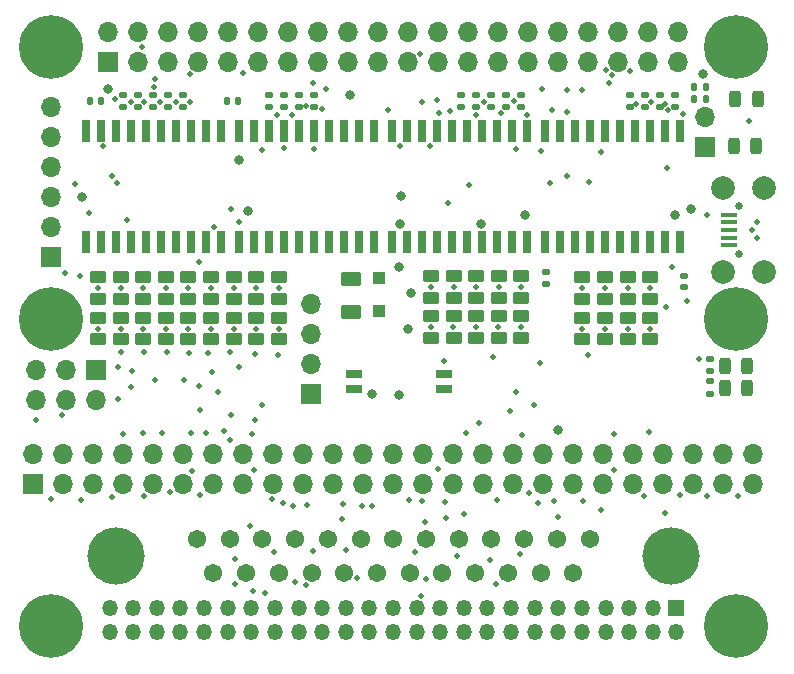
<source format=gbr>
%TF.GenerationSoftware,KiCad,Pcbnew,(6.0.5-0)*%
%TF.CreationDate,2023-01-29T19:07:15-06:00*%
%TF.ProjectId,piscsi,70697363-7369-42e6-9b69-6361645f7063,rev?*%
%TF.SameCoordinates,PX59d60c0PY325aa00*%
%TF.FileFunction,Soldermask,Top*%
%TF.FilePolarity,Negative*%
%FSLAX46Y46*%
G04 Gerber Fmt 4.6, Leading zero omitted, Abs format (unit mm)*
G04 Created by KiCad (PCBNEW (6.0.5-0)) date 2023-01-29 19:07:15*
%MOMM*%
%LPD*%
G01*
G04 APERTURE LIST*
G04 Aperture macros list*
%AMRoundRect*
0 Rectangle with rounded corners*
0 $1 Rounding radius*
0 $2 $3 $4 $5 $6 $7 $8 $9 X,Y pos of 4 corners*
0 Add a 4 corners polygon primitive as box body*
4,1,4,$2,$3,$4,$5,$6,$7,$8,$9,$2,$3,0*
0 Add four circle primitives for the rounded corners*
1,1,$1+$1,$2,$3*
1,1,$1+$1,$4,$5*
1,1,$1+$1,$6,$7*
1,1,$1+$1,$8,$9*
0 Add four rect primitives between the rounded corners*
20,1,$1+$1,$2,$3,$4,$5,0*
20,1,$1+$1,$4,$5,$6,$7,0*
20,1,$1+$1,$6,$7,$8,$9,0*
20,1,$1+$1,$8,$9,$2,$3,0*%
G04 Aperture macros list end*
%ADD10RoundRect,0.243750X0.243750X0.456250X-0.243750X0.456250X-0.243750X-0.456250X0.243750X-0.456250X0*%
%ADD11C,0.800000*%
%ADD12C,5.400000*%
%ADD13R,1.700000X1.700000*%
%ADD14O,1.700000X1.700000*%
%ADD15RoundRect,0.250000X-0.450000X0.262500X-0.450000X-0.262500X0.450000X-0.262500X0.450000X0.262500X0*%
%ADD16RoundRect,0.250000X-0.625000X0.375000X-0.625000X-0.375000X0.625000X-0.375000X0.625000X0.375000X0*%
%ADD17R,0.650000X1.950000*%
%ADD18RoundRect,0.135000X-0.135000X-0.185000X0.135000X-0.185000X0.135000X0.185000X-0.135000X0.185000X0*%
%ADD19RoundRect,0.135000X-0.185000X0.135000X-0.185000X-0.135000X0.185000X-0.135000X0.185000X0.135000X0*%
%ADD20RoundRect,0.250000X0.450000X-0.262500X0.450000X0.262500X-0.450000X0.262500X-0.450000X-0.262500X0*%
%ADD21R,1.425000X0.750000*%
%ADD22R,1.100000X1.100000*%
%ADD23C,1.545000*%
%ADD24C,4.845000*%
%ADD25C,0.650000*%
%ADD26R,1.400000X0.400000*%
%ADD27C,2.000000*%
%ADD28R,1.350000X1.350000*%
%ADD29O,1.350000X1.350000*%
%ADD30RoundRect,0.140000X0.140000X0.170000X-0.140000X0.170000X-0.140000X-0.170000X0.140000X-0.170000X0*%
%ADD31RoundRect,0.140000X-0.170000X0.140000X-0.170000X-0.140000X0.170000X-0.140000X0.170000X0.140000X0*%
%ADD32RoundRect,0.140000X-0.140000X-0.170000X0.140000X-0.170000X0.140000X0.170000X-0.140000X0.170000X0*%
%ADD33C,0.500000*%
G04 APERTURE END LIST*
D10*
%TO.C,D3*%
X142767000Y-22066500D03*
X140892000Y-22066500D03*
%TD*%
%TO.C,D1*%
X143641000Y2381000D03*
X141766000Y2381000D03*
%TD*%
%TO.C,D2*%
X143529000Y-1556000D03*
X141654000Y-1556000D03*
%TD*%
D11*
%TO.C,H1*%
X85231891Y8231891D03*
X83800000Y8825000D03*
X83800000Y4775000D03*
X81775000Y6800000D03*
X85825000Y6800000D03*
X85231891Y5368109D03*
X82368109Y8231891D03*
X82368109Y5368109D03*
D12*
X83800000Y6800000D03*
%TD*%
D11*
%TO.C,H3*%
X81775000Y-16200000D03*
D12*
X83800000Y-16200000D03*
D11*
X82368109Y-17631891D03*
X85231891Y-17631891D03*
X83800000Y-18225000D03*
X82368109Y-14768109D03*
X83800000Y-14175000D03*
X85231891Y-14768109D03*
X85825000Y-16200000D03*
%TD*%
%TO.C,H5*%
X85231891Y-43631891D03*
X85825000Y-42200000D03*
X82368109Y-40768109D03*
D12*
X83800000Y-42200000D03*
D11*
X83800000Y-44225000D03*
X83800000Y-40175000D03*
X82368109Y-43631891D03*
X85231891Y-40768109D03*
X81775000Y-42200000D03*
%TD*%
D13*
%TO.C,J4*%
X83810000Y-10980000D03*
D14*
X83810000Y-8440000D03*
X83810000Y-5900000D03*
X83810000Y-3360000D03*
X83810000Y-820000D03*
X83810000Y1720000D03*
%TD*%
D11*
%TO.C,H4*%
X141800000Y-18225000D03*
X143231891Y-17631891D03*
D12*
X141800000Y-16200000D03*
D11*
X143825000Y-16200000D03*
X140368109Y-14768109D03*
X139775000Y-16200000D03*
X140368109Y-17631891D03*
X143231891Y-14768109D03*
X141800000Y-14175000D03*
%TD*%
%TO.C,H6*%
X141800000Y-44225000D03*
X140368109Y-40768109D03*
X141800000Y-40175000D03*
X143231891Y-40768109D03*
X143231891Y-43631891D03*
D12*
X141800000Y-42200000D03*
D11*
X140368109Y-43631891D03*
X143825000Y-42200000D03*
X139775000Y-42200000D03*
%TD*%
%TO.C,H2*%
X143231891Y5368109D03*
X140368109Y8231891D03*
D12*
X141800000Y6800000D03*
D11*
X140368109Y5368109D03*
X141800000Y4775000D03*
X143825000Y6800000D03*
X143231891Y8231891D03*
X141800000Y8825000D03*
X139775000Y6800000D03*
%TD*%
D15*
%TO.C,R31*%
X123640000Y-12587500D03*
X123640000Y-14412500D03*
%TD*%
D16*
%TO.C,FUSE1*%
X109250000Y-12800000D03*
X109250000Y-15600000D03*
%TD*%
D17*
%TO.C,IC1*%
X99729000Y-9710000D03*
X100999000Y-9710000D03*
X102269000Y-9710000D03*
X103539000Y-9710000D03*
X104809000Y-9710000D03*
X106079000Y-9710000D03*
X107349000Y-9710000D03*
X108619000Y-9710000D03*
X109889000Y-9710000D03*
X111159000Y-9710000D03*
X111159000Y-260000D03*
X109889000Y-260000D03*
X108619000Y-260000D03*
X107349000Y-260000D03*
X106079000Y-260000D03*
X104809000Y-260000D03*
X103539000Y-260000D03*
X102269000Y-260000D03*
X100999000Y-260000D03*
X99729000Y-260000D03*
%TD*%
%TO.C,IC3*%
X124113000Y-260000D03*
X122843000Y-260000D03*
X121573000Y-260000D03*
X120303000Y-260000D03*
X119033000Y-260000D03*
X117763000Y-260000D03*
X116493000Y-260000D03*
X115223000Y-260000D03*
X113953000Y-260000D03*
X112683000Y-260000D03*
X112683000Y-9710000D03*
X113953000Y-9710000D03*
X115223000Y-9710000D03*
X116493000Y-9710000D03*
X117763000Y-9710000D03*
X119033000Y-9710000D03*
X120303000Y-9710000D03*
X121573000Y-9710000D03*
X122843000Y-9710000D03*
X124113000Y-9710000D03*
%TD*%
D18*
%TO.C,R2*%
X138248500Y3460500D03*
X139268500Y3460500D03*
%TD*%
D19*
%TO.C,R3*%
X139607000Y-21493000D03*
X139607000Y-22513000D03*
%TD*%
%TO.C,R5*%
X132812500Y2741000D03*
X132812500Y1721000D03*
%TD*%
%TO.C,R6*%
X134082500Y2741000D03*
X134082500Y1721000D03*
%TD*%
%TO.C,R7*%
X135352500Y2741000D03*
X135352500Y1721000D03*
%TD*%
%TO.C,R9*%
X118525000Y2741000D03*
X118525000Y1721000D03*
%TD*%
%TO.C,R11*%
X121065000Y2741000D03*
X121065000Y1721000D03*
%TD*%
%TO.C,R12*%
X122335000Y2741000D03*
X122335000Y1721000D03*
%TD*%
%TO.C,R13*%
X123605000Y2741000D03*
X123605000Y1721000D03*
%TD*%
%TO.C,R15*%
X91220000Y2741000D03*
X91220000Y1721000D03*
%TD*%
%TO.C,R16*%
X92490000Y2741000D03*
X92490000Y1721000D03*
%TD*%
%TO.C,R19*%
X102269000Y2741000D03*
X102269000Y1721000D03*
%TD*%
%TO.C,R20*%
X103539000Y2741000D03*
X103539000Y1721000D03*
%TD*%
%TO.C,R21*%
X104809000Y2741000D03*
X104809000Y1721000D03*
%TD*%
%TO.C,R22*%
X106079000Y2741000D03*
X106079000Y1721000D03*
%TD*%
D15*
%TO.C,R23*%
X128802500Y-12687500D03*
X128802500Y-14512500D03*
%TD*%
%TO.C,R24*%
X130715000Y-12687500D03*
X130715000Y-14512500D03*
%TD*%
%TO.C,R25*%
X132627500Y-12687500D03*
X132627500Y-14512500D03*
%TD*%
%TO.C,R26*%
X134540000Y-12687500D03*
X134540000Y-14512500D03*
%TD*%
%TO.C,R27*%
X115990000Y-12587500D03*
X115990000Y-14412500D03*
%TD*%
%TO.C,R28*%
X117902500Y-12587500D03*
X117902500Y-14412500D03*
%TD*%
%TO.C,R29*%
X119815000Y-12587500D03*
X119815000Y-14412500D03*
%TD*%
%TO.C,R30*%
X121727500Y-12587500D03*
X121727500Y-14412500D03*
%TD*%
%TO.C,R34*%
X91625000Y-12687500D03*
X91625000Y-14512500D03*
%TD*%
%TO.C,R35*%
X93537500Y-12687500D03*
X93537500Y-14512500D03*
%TD*%
%TO.C,R36*%
X95450000Y-12687500D03*
X95450000Y-14512500D03*
%TD*%
%TO.C,R37*%
X97362500Y-12687500D03*
X97362500Y-14512500D03*
%TD*%
%TO.C,R38*%
X99275000Y-12687500D03*
X99275000Y-14512500D03*
%TD*%
%TO.C,R39*%
X101187500Y-12687500D03*
X101187500Y-14512500D03*
%TD*%
%TO.C,R40*%
X103100000Y-12687500D03*
X103100000Y-14512500D03*
%TD*%
D20*
%TO.C,R41*%
X128802500Y-17912500D03*
X128802500Y-16087500D03*
%TD*%
%TO.C,R42*%
X130715000Y-17912500D03*
X130715000Y-16087500D03*
%TD*%
%TO.C,R43*%
X132627500Y-17912500D03*
X132627500Y-16087500D03*
%TD*%
%TO.C,R44*%
X134540000Y-17912500D03*
X134540000Y-16087500D03*
%TD*%
%TO.C,R45*%
X115990000Y-17812500D03*
X115990000Y-15987500D03*
%TD*%
%TO.C,R46*%
X117902500Y-17812500D03*
X117902500Y-15987500D03*
%TD*%
%TO.C,R47*%
X119815000Y-17812500D03*
X119815000Y-15987500D03*
%TD*%
%TO.C,R48*%
X121727500Y-17812500D03*
X121727500Y-15987500D03*
%TD*%
%TO.C,R49*%
X123640000Y-17812500D03*
X123640000Y-15987500D03*
%TD*%
%TO.C,R50*%
X87800000Y-17912500D03*
X87800000Y-16087500D03*
%TD*%
%TO.C,R51*%
X89712500Y-17912500D03*
X89712500Y-16087500D03*
%TD*%
%TO.C,R52*%
X91625000Y-17912500D03*
X91625000Y-16087500D03*
%TD*%
%TO.C,R53*%
X93537500Y-17912500D03*
X93537500Y-16087500D03*
%TD*%
%TO.C,R54*%
X95450000Y-17912500D03*
X95450000Y-16087500D03*
%TD*%
%TO.C,R55*%
X97362500Y-17912500D03*
X97362500Y-16087500D03*
%TD*%
%TO.C,R56*%
X99275000Y-17912500D03*
X99275000Y-16087500D03*
%TD*%
%TO.C,R57*%
X101187500Y-17912500D03*
X101187500Y-16087500D03*
%TD*%
%TO.C,R58*%
X103100000Y-17912500D03*
X103100000Y-16087500D03*
%TD*%
D19*
%TO.C,R18*%
X95030000Y2741000D03*
X95030000Y1721000D03*
%TD*%
%TO.C,R14*%
X89950000Y2741000D03*
X89950000Y1721000D03*
%TD*%
%TO.C,R17*%
X93760000Y2741000D03*
X93760000Y1721000D03*
%TD*%
D15*
%TO.C,R32*%
X87800000Y-12687500D03*
X87800000Y-14512500D03*
%TD*%
%TO.C,R33*%
X89712500Y-12687500D03*
X89712500Y-14512500D03*
%TD*%
D17*
%TO.C,IC4*%
X137067000Y-260000D03*
X135797000Y-260000D03*
X134527000Y-260000D03*
X133257000Y-260000D03*
X131987000Y-260000D03*
X130717000Y-260000D03*
X129447000Y-260000D03*
X128177000Y-260000D03*
X126907000Y-260000D03*
X125637000Y-260000D03*
X125637000Y-9710000D03*
X126907000Y-9710000D03*
X128177000Y-9710000D03*
X129447000Y-9710000D03*
X130717000Y-9710000D03*
X131987000Y-9710000D03*
X133257000Y-9710000D03*
X134527000Y-9710000D03*
X135797000Y-9710000D03*
X137067000Y-9710000D03*
%TD*%
D19*
%TO.C,R4*%
X139607000Y-19588000D03*
X139607000Y-20608000D03*
%TD*%
D21*
%TO.C,S1*%
X109498000Y-20875000D03*
X109498000Y-22145000D03*
X117122000Y-22145000D03*
X117122000Y-20875000D03*
%TD*%
D22*
%TO.C,D5*%
X111570000Y-12725000D03*
X111570000Y-15525000D03*
%TD*%
D17*
%TO.C,IC2*%
X86775000Y-9710000D03*
X88045000Y-9710000D03*
X89315000Y-9710000D03*
X90585000Y-9710000D03*
X91855000Y-9710000D03*
X93125000Y-9710000D03*
X94395000Y-9710000D03*
X95665000Y-9710000D03*
X96935000Y-9710000D03*
X98205000Y-9710000D03*
X98205000Y-260000D03*
X96935000Y-260000D03*
X95665000Y-260000D03*
X94395000Y-260000D03*
X93125000Y-260000D03*
X91855000Y-260000D03*
X90585000Y-260000D03*
X89315000Y-260000D03*
X88045000Y-260000D03*
X86775000Y-260000D03*
%TD*%
D23*
%TO.C,J6*%
X129421600Y-34830000D03*
X126651600Y-34830000D03*
X123881600Y-34830000D03*
X121111600Y-34830000D03*
X118341600Y-34830000D03*
X115571600Y-34830000D03*
X112801600Y-34830000D03*
X110031600Y-34830000D03*
X107261600Y-34830000D03*
X104491600Y-34830000D03*
X101721600Y-34830000D03*
X98951600Y-34830000D03*
X96181600Y-34830000D03*
X128036600Y-37670000D03*
X125266600Y-37670000D03*
X122496600Y-37670000D03*
X119726600Y-37670000D03*
X116956600Y-37670000D03*
X114186600Y-37670000D03*
X111416600Y-37670000D03*
X108646600Y-37670000D03*
X105876600Y-37670000D03*
X103106600Y-37670000D03*
X100336600Y-37670000D03*
X97566600Y-37670000D03*
D24*
X89281600Y-36250000D03*
X136321600Y-36250000D03*
%TD*%
D10*
%TO.C,D4*%
X142767000Y-20161500D03*
X140892000Y-20161500D03*
%TD*%
D18*
%TO.C,R1*%
X138248500Y2444500D03*
X139268500Y2444500D03*
%TD*%
D25*
%TO.C,J8*%
X142025000Y-10660000D03*
X142025000Y-6660000D03*
D26*
X141205000Y-9960000D03*
X141205000Y-9310000D03*
X141205000Y-8660000D03*
X141205000Y-8010000D03*
X141205000Y-7360000D03*
D27*
X144155000Y-12235000D03*
X144155000Y-5085000D03*
X140705000Y-5085000D03*
X140705000Y-12235000D03*
%TD*%
D13*
%TO.C,J3*%
X82266500Y-30194500D03*
D14*
X82266500Y-27654500D03*
X84806500Y-30194500D03*
X84806500Y-27654500D03*
X87346500Y-30194500D03*
X87346500Y-27654500D03*
X89886500Y-30194500D03*
X89886500Y-27654500D03*
X92426500Y-30194500D03*
X92426500Y-27654500D03*
X94966500Y-30194500D03*
X94966500Y-27654500D03*
X97506500Y-30194500D03*
X97506500Y-27654500D03*
X100046500Y-30194500D03*
X100046500Y-27654500D03*
X102586500Y-30194500D03*
X102586500Y-27654500D03*
X105126500Y-30194500D03*
X105126500Y-27654500D03*
X107666500Y-30194500D03*
X107666500Y-27654500D03*
X110206500Y-30194500D03*
X110206500Y-27654500D03*
X112746500Y-30194500D03*
X112746500Y-27654500D03*
X115286500Y-30194500D03*
X115286500Y-27654500D03*
X117826500Y-30194500D03*
X117826500Y-27654500D03*
X120366500Y-30194500D03*
X120366500Y-27654500D03*
X122906500Y-30194500D03*
X122906500Y-27654500D03*
X125446500Y-30194500D03*
X125446500Y-27654500D03*
X127986500Y-30194500D03*
X127986500Y-27654500D03*
X130526500Y-30194500D03*
X130526500Y-27654500D03*
X133066500Y-30194500D03*
X133066500Y-27654500D03*
X135606500Y-30194500D03*
X135606500Y-27654500D03*
X138146500Y-30194500D03*
X138146500Y-27654500D03*
X140686500Y-30194500D03*
X140686500Y-27654500D03*
X143226500Y-30194500D03*
X143226500Y-27654500D03*
%TD*%
D28*
%TO.C,J9*%
X136772000Y-40688000D03*
D29*
X136772000Y-42688000D03*
X134772000Y-40688000D03*
X134772000Y-42688000D03*
X132772000Y-40688000D03*
X132772000Y-42688000D03*
X130772000Y-40688000D03*
X130772000Y-42688000D03*
X128772000Y-40688000D03*
X128772000Y-42688000D03*
X126772000Y-40688000D03*
X126772000Y-42688000D03*
X124772000Y-40688000D03*
X124772000Y-42688000D03*
X122772000Y-40688000D03*
X122772000Y-42688000D03*
X120772000Y-40688000D03*
X120772000Y-42688000D03*
X118772000Y-40688000D03*
X118772000Y-42688000D03*
X116772000Y-40688000D03*
X116772000Y-42688000D03*
X114772000Y-40688000D03*
X114772000Y-42688000D03*
X112772000Y-40688000D03*
X112772000Y-42688000D03*
X110772000Y-40688000D03*
X110772000Y-42688000D03*
X108772000Y-40688000D03*
X108772000Y-42688000D03*
X106772000Y-40688000D03*
X106772000Y-42688000D03*
X104772000Y-40688000D03*
X104772000Y-42688000D03*
X102772000Y-40688000D03*
X102772000Y-42688000D03*
X100772000Y-40688000D03*
X100772000Y-42688000D03*
X98772000Y-40688000D03*
X98772000Y-42688000D03*
X96772000Y-40688000D03*
X96772000Y-42688000D03*
X94772000Y-40688000D03*
X94772000Y-42688000D03*
X92772000Y-40688000D03*
X92772000Y-42688000D03*
X90772000Y-40688000D03*
X90772000Y-42688000D03*
X88772000Y-40688000D03*
X88772000Y-42688000D03*
%TD*%
D19*
%TO.C,R8*%
X136622500Y2741000D03*
X136622500Y1721000D03*
%TD*%
%TO.C,R10*%
X119795000Y2741000D03*
X119795000Y1721000D03*
%TD*%
D13*
%TO.C,J5*%
X87610000Y-20500000D03*
D14*
X87610000Y-23040000D03*
X85070000Y-20500000D03*
X85070000Y-23040000D03*
X82530000Y-20500000D03*
X82530000Y-23040000D03*
%TD*%
D13*
%TO.C,J20*%
X105870000Y-22580000D03*
D14*
X105870000Y-20040000D03*
X105870000Y-17500000D03*
X105870000Y-14960000D03*
%TD*%
D30*
%TO.C,C2*%
X99680000Y2231000D03*
X98720000Y2231000D03*
%TD*%
D31*
%TO.C,C3*%
X125700000Y-12240000D03*
X125700000Y-13200000D03*
%TD*%
D32*
%TO.C,C1*%
X87130000Y2231000D03*
X88090000Y2231000D03*
%TD*%
D31*
%TO.C,C4*%
X137380000Y-12560000D03*
X137380000Y-13520000D03*
%TD*%
D13*
%TO.C,J1*%
X88670000Y5530000D03*
D14*
X88670000Y8070000D03*
X91210000Y5530000D03*
X91210000Y8070000D03*
X93750000Y5530000D03*
X93750000Y8070000D03*
X96290000Y5530000D03*
X96290000Y8070000D03*
X98830000Y5530000D03*
X98830000Y8070000D03*
X101370000Y5530000D03*
X101370000Y8070000D03*
X103910000Y5530000D03*
X103910000Y8070000D03*
X106450000Y5530000D03*
X106450000Y8070000D03*
X108990000Y5530000D03*
X108990000Y8070000D03*
X111530000Y5530000D03*
X111530000Y8070000D03*
X114070000Y5530000D03*
X114070000Y8070000D03*
X116610000Y5530000D03*
X116610000Y8070000D03*
X119150000Y5530000D03*
X119150000Y8070000D03*
X121690000Y5530000D03*
X121690000Y8070000D03*
X124230000Y5530000D03*
X124230000Y8070000D03*
X126770000Y5530000D03*
X126770000Y8070000D03*
X129310000Y5530000D03*
X129310000Y8070000D03*
X131850000Y5530000D03*
X131850000Y8070000D03*
X134390000Y5530000D03*
X134390000Y8070000D03*
X136930000Y5530000D03*
X136930000Y8070000D03*
%TD*%
D13*
%TO.C,J2*%
X139226000Y-1683000D03*
D14*
X139226000Y857000D03*
%TD*%
D33*
X93190000Y-25820000D03*
X139377000Y-7383000D03*
X100990000Y380000D03*
X137680000Y-14650000D03*
X90210000Y-7800000D03*
X91580000Y-25840000D03*
X131510000Y-25960000D03*
X103000000Y-19270000D03*
X106079000Y-1810000D03*
X89910000Y-25950000D03*
X125330000Y-2000000D03*
X115899999Y-1570001D03*
X96943500Y-25863543D03*
X103539000Y-1746500D03*
X123159259Y-22348500D03*
X101100000Y-19170000D03*
X91660000Y-18990000D03*
D11*
X126750000Y-25640000D03*
D33*
X95640000Y-25870000D03*
X89740000Y-19040000D03*
X98440000Y-25710000D03*
X97620000Y-8440000D03*
D11*
X120234902Y-8196500D03*
D33*
X97150000Y-19070000D03*
X88258000Y-1572000D03*
X135923500Y-15191377D03*
X130422000Y-2080000D03*
X123220000Y-1780000D03*
X93620000Y-19030000D03*
X142910000Y600000D03*
X134470000Y-25740000D03*
X84963500Y-12347757D03*
X113379999Y-1570001D03*
X100820000Y-25900000D03*
X99700000Y-8010000D03*
X101710000Y-1930000D03*
X129406000Y-4620000D03*
X96340000Y-11340000D03*
X123732000Y-26003500D03*
D11*
X139030000Y4550000D03*
D33*
X99000000Y-19040000D03*
X95510000Y-19050000D03*
X89243314Y2464011D03*
D11*
X88616500Y3270000D03*
X136650000Y-7420000D03*
X109120000Y2800000D03*
X123910000Y-7420000D03*
X100530000Y-7040000D03*
X99750000Y-2750000D03*
D33*
X136400000Y-11780000D03*
D11*
X113480000Y-5790000D03*
X138042000Y-6906000D03*
X113320000Y-22680000D03*
X110980000Y-22580000D03*
X113310000Y-11780000D03*
X86480000Y-5890000D03*
X113390000Y-8170000D03*
D33*
X95770000Y-29100000D03*
X130419308Y-32414713D03*
X122661021Y-23991021D03*
X139350000Y-31150000D03*
X96390000Y-23880000D03*
X118954890Y-25824890D03*
X128817950Y-31630159D03*
X133993502Y-31150000D03*
X117187010Y-31684832D03*
X124267635Y-30901010D03*
X105394338Y-38713449D03*
X115588434Y-38215548D03*
X125240000Y-19890000D03*
X117100000Y-19770000D03*
X100909837Y-39247077D03*
X135828947Y-32665648D03*
X115235886Y-31652762D03*
X115182000Y-39662031D03*
X121540000Y-31560000D03*
X131502655Y-28977345D03*
X121532000Y-38656000D03*
X99434000Y-38656000D03*
X106038000Y-35862000D03*
X126730000Y-32950000D03*
X118812489Y-32689064D03*
X129270000Y-19290000D03*
X104490326Y-38501086D03*
X121279324Y-19422452D03*
X100644714Y-33758047D03*
X111018510Y-31996010D03*
X109713077Y-38111020D03*
X82530000Y-24780000D03*
X101060000Y-24780000D03*
X83780000Y-31480000D03*
X110120000Y-31996010D03*
X123564000Y-36116000D03*
X99030000Y-24303500D03*
X84744361Y-24303500D03*
X121024000Y-36624000D03*
X108521033Y-31856657D03*
X86370000Y-31530000D03*
X118230000Y-36256511D03*
X89002424Y-31302989D03*
X89490000Y-22980000D03*
X105519686Y-31957742D03*
X97988500Y-22390000D03*
X90561500Y-21985885D03*
X96320000Y-21910000D03*
X117243766Y-33076963D03*
X91693529Y-31178968D03*
X104280000Y-32052000D03*
X103498000Y-31750000D03*
X114608688Y-35948588D03*
X93930504Y-30851957D03*
X114166000Y-31544000D03*
X92600000Y-21370000D03*
X102510000Y-31434946D03*
X96408551Y-31108553D03*
X95050000Y-21380000D03*
X108431070Y-33137679D03*
X90680000Y-20640000D03*
X100973502Y-29027449D03*
X97420000Y-20720000D03*
X108752442Y-35782442D03*
X99431263Y-36493836D03*
X99770000Y-20270000D03*
X89470000Y-20300000D03*
X101686769Y-23478251D03*
X125036247Y-31748511D03*
X142000000Y-31220000D03*
X98960000Y-26450000D03*
X124670000Y-23510000D03*
X120030000Y-24990000D03*
X137054940Y-31121502D03*
X126371042Y-31585360D03*
X101974000Y-39418000D03*
X116610000Y-28880000D03*
X115479033Y-33403489D03*
X102686051Y-35947053D03*
X90611321Y2164500D03*
X92606010Y4116010D03*
X100071557Y4632242D03*
X91728000Y2127000D03*
X92557577Y3472237D03*
X130785361Y4920000D03*
X93051254Y2164500D03*
X94400000Y2140000D03*
X95583143Y2164500D03*
X95579021Y4529977D03*
X102980000Y1110000D03*
X115088942Y6212691D03*
X104230000Y1090000D03*
X105382522Y1860825D03*
X106795066Y1541500D03*
X117596707Y1388500D03*
X132847721Y4815780D03*
X128748500Y3194737D03*
X112370000Y1520000D03*
X120493500Y2127000D03*
X121904492Y1236649D03*
X125375797Y3229285D03*
X107080000Y3280000D03*
X122990000Y2220000D03*
X133387496Y2003496D03*
X134654000Y2127000D03*
X135777207Y2019438D03*
X136064293Y1462010D03*
X105960000Y3740000D03*
X131340387Y4413823D03*
X91550000Y6850000D03*
X130715000Y-17010000D03*
X93537500Y-17010000D03*
X123600000Y-16890000D03*
X101187500Y-17010000D03*
X128802500Y-17010000D03*
X115950000Y-16890000D03*
X117862500Y-16890000D03*
X89712500Y-17010000D03*
X121687500Y-16890000D03*
X99275000Y-17010000D03*
X97362500Y-17010000D03*
D11*
X114073500Y-17010000D03*
D33*
X91625000Y-17010000D03*
X95450000Y-17010000D03*
X103100000Y-17010000D03*
X87800000Y-17010000D03*
X132627500Y-17010000D03*
X134540000Y-17010000D03*
X119775000Y-16890000D03*
D11*
X114300000Y-13970000D03*
D33*
X91625000Y-13560000D03*
X95450000Y-13560000D03*
X99275000Y-13560000D03*
X101187500Y-13560000D03*
X87800000Y-13560000D03*
X97362500Y-13560000D03*
X121730000Y-13490000D03*
X134540000Y-13560000D03*
X115990000Y-13490000D03*
X103100000Y-13560000D03*
X130715000Y-13560000D03*
X117910000Y-13490000D03*
X123640000Y-13490000D03*
X89712500Y-13560000D03*
X119815000Y-13490000D03*
X93537500Y-13560000D03*
X128802500Y-13560000D03*
X132627500Y-13560000D03*
X137340000Y1120000D03*
X131077665Y3803316D03*
X127480000Y3194936D03*
X124093367Y1052134D03*
X116500000Y2300000D03*
X87031937Y-7191937D03*
X117452806Y-6416500D03*
X115190000Y2200000D03*
X116650000Y1260000D03*
X99070000Y-6860000D03*
X89000000Y-4060000D03*
X127490000Y1340000D03*
X127490000Y-4120000D03*
X126230000Y1480000D03*
X89443897Y-4723228D03*
X86291500Y-12552367D03*
X126030000Y-4700000D03*
X85850000Y-4790000D03*
X119200000Y-4891500D03*
X119790000Y1074500D03*
X143577990Y-8020000D03*
X143201287Y-8646949D03*
X143577990Y-9320000D03*
X138670000Y-19600000D03*
X135983368Y-3393368D03*
M02*

</source>
